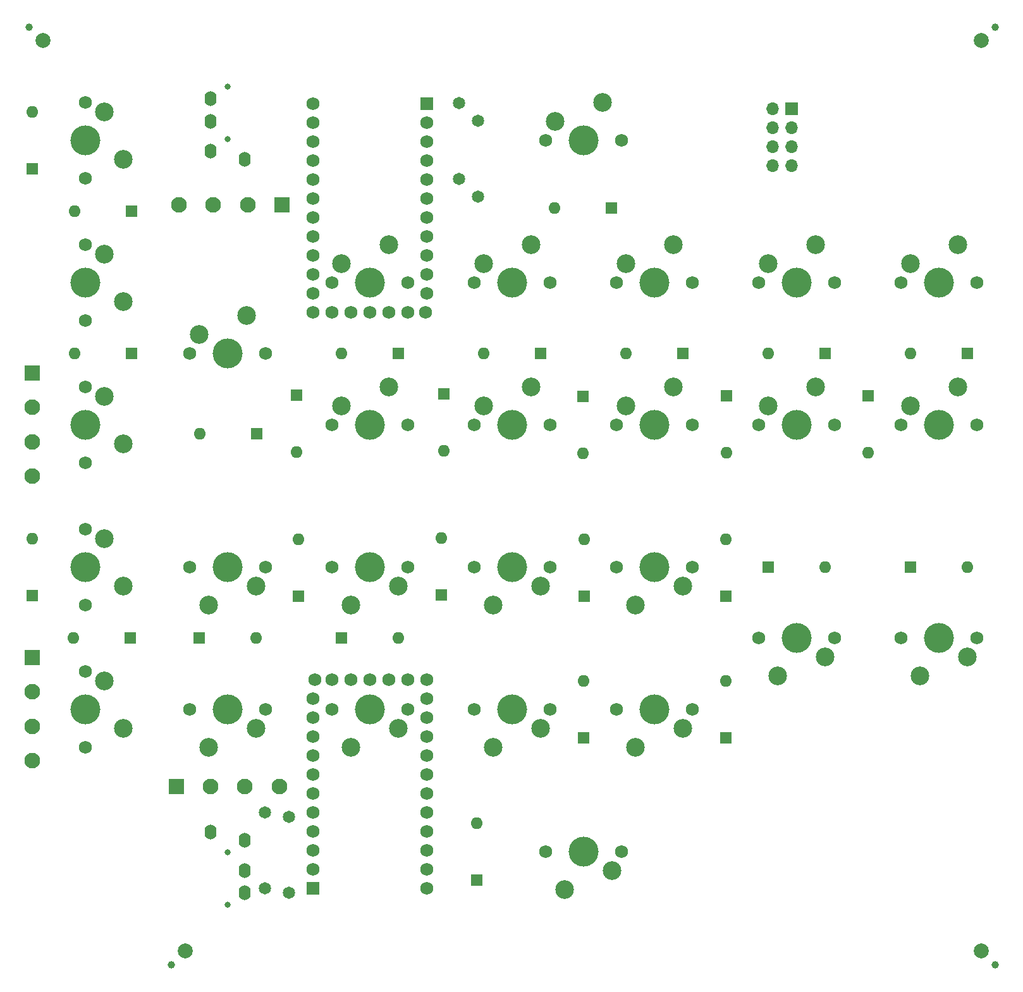
<source format=gts>
%TF.GenerationSoftware,KiCad,Pcbnew,7.0.10*%
%TF.CreationDate,2024-02-04T21:18:14-08:00*%
%TF.ProjectId,oddball_steno,6f646462-616c-46c5-9f73-74656e6f2e6b,rev?*%
%TF.SameCoordinates,Original*%
%TF.FileFunction,Soldermask,Top*%
%TF.FilePolarity,Negative*%
%FSLAX46Y46*%
G04 Gerber Fmt 4.6, Leading zero omitted, Abs format (unit mm)*
G04 Created by KiCad (PCBNEW 7.0.10) date 2024-02-04 21:18:14*
%MOMM*%
%LPD*%
G01*
G04 APERTURE LIST*
G04 Aperture macros list*
%AMRoundRect*
0 Rectangle with rounded corners*
0 $1 Rounding radius*
0 $2 $3 $4 $5 $6 $7 $8 $9 X,Y pos of 4 corners*
0 Add a 4 corners polygon primitive as box body*
4,1,4,$2,$3,$4,$5,$6,$7,$8,$9,$2,$3,0*
0 Add four circle primitives for the rounded corners*
1,1,$1+$1,$2,$3*
1,1,$1+$1,$4,$5*
1,1,$1+$1,$6,$7*
1,1,$1+$1,$8,$9*
0 Add four rect primitives between the rounded corners*
20,1,$1+$1,$2,$3,$4,$5,0*
20,1,$1+$1,$4,$5,$6,$7,0*
20,1,$1+$1,$6,$7,$8,$9,0*
20,1,$1+$1,$8,$9,$2,$3,0*%
G04 Aperture macros list end*
%ADD10C,1.000000*%
%ADD11C,2.000000*%
%ADD12C,2.500000*%
%ADD13C,1.750000*%
%ADD14C,4.000000*%
%ADD15RoundRect,0.250001X-0.799999X-0.799999X0.799999X-0.799999X0.799999X0.799999X-0.799999X0.799999X0*%
%ADD16C,2.100000*%
%ADD17O,1.600000X1.600000*%
%ADD18R,1.600000X1.600000*%
%ADD19RoundRect,0.250001X-0.799999X0.799999X-0.799999X-0.799999X0.799999X-0.799999X0.799999X0.799999X0*%
%ADD20R,1.752600X1.752600*%
%ADD21C,1.752600*%
%ADD22O,1.700000X1.700000*%
%ADD23R,1.700000X1.700000*%
%ADD24C,1.651000*%
%ADD25RoundRect,0.250001X0.799999X0.799999X-0.799999X0.799999X-0.799999X-0.799999X0.799999X-0.799999X0*%
%ADD26O,1.600000X2.000000*%
%ADD27C,0.800000*%
G04 APERTURE END LIST*
D10*
%TO.C,*%
X78310500Y-21420625D03*
%TD*%
%TO.C,*%
X207675500Y-21420625D03*
%TD*%
%TO.C,*%
X207675500Y-146990625D03*
%TD*%
%TO.C,REF\u002A\u002A*%
X97375500Y-146990625D03*
%TD*%
D11*
%TO.C,REF\u002A\u002A*%
X99225500Y-145140625D03*
%TD*%
%TO.C,REF\u002A\u002A*%
X80160500Y-23270625D03*
%TD*%
%TO.C,REF\u002A\u002A*%
X205825500Y-145140625D03*
%TD*%
%TO.C,REF\u002A\u002A*%
X205825500Y-23270625D03*
%TD*%
D12*
%TO.C,S25*%
X90930500Y-58170625D03*
X88390500Y-51820625D03*
D13*
X85850500Y-60710625D03*
D14*
X85850500Y-55630625D03*
D13*
X85850500Y-50550625D03*
%TD*%
%TO.C,S7*%
X167130500Y-93730625D03*
D14*
X162050500Y-93730625D03*
D13*
X156970500Y-93730625D03*
D12*
X165860500Y-96270625D03*
X159510500Y-98810625D03*
%TD*%
%TO.C,S26*%
X90930500Y-77220625D03*
X88390500Y-70870625D03*
D13*
X85850500Y-79760625D03*
D14*
X85850500Y-74680625D03*
D13*
X85850500Y-69600625D03*
%TD*%
D12*
%TO.C,S17*%
X126490500Y-69600625D03*
X120140500Y-72140625D03*
D13*
X129030500Y-74680625D03*
D14*
X123950500Y-74680625D03*
D13*
X118870500Y-74680625D03*
%TD*%
%TO.C,S27*%
X85850500Y-88650625D03*
D14*
X85850500Y-93730625D03*
D13*
X85850500Y-98810625D03*
D12*
X88390500Y-89920625D03*
X90930500Y-96270625D03*
%TD*%
%TO.C,S16*%
X202690500Y-50550625D03*
X196340500Y-53090625D03*
D13*
X205230500Y-55630625D03*
D14*
X200150500Y-55630625D03*
D13*
X195070500Y-55630625D03*
%TD*%
%TO.C,S5*%
X109980500Y-112780625D03*
D14*
X104900500Y-112780625D03*
D13*
X99820500Y-112780625D03*
D12*
X108710500Y-115320625D03*
X102360500Y-117860625D03*
%TD*%
%TO.C,S24*%
X90930500Y-39120625D03*
X88390500Y-32770625D03*
D13*
X85850500Y-41660625D03*
D14*
X85850500Y-36580625D03*
D13*
X85850500Y-31500625D03*
%TD*%
%TO.C,S1*%
X157605500Y-131830625D03*
D14*
X152525500Y-131830625D03*
D13*
X147445500Y-131830625D03*
D12*
X156335500Y-134370625D03*
X149985500Y-136910625D03*
%TD*%
%TO.C,S23*%
X155065500Y-31500625D03*
X148715500Y-34040625D03*
D13*
X157605500Y-36580625D03*
D14*
X152525500Y-36580625D03*
D13*
X147445500Y-36580625D03*
%TD*%
D12*
%TO.C,S22*%
X107440500Y-60075625D03*
X101090500Y-62615625D03*
D13*
X109980500Y-65155625D03*
D14*
X104900500Y-65155625D03*
D13*
X99820500Y-65155625D03*
%TD*%
%TO.C,S6*%
X186180500Y-103255625D03*
D14*
X181100500Y-103255625D03*
D13*
X176020500Y-103255625D03*
D12*
X184910500Y-105795625D03*
X178560500Y-108335625D03*
%TD*%
%TO.C,S12*%
X126490500Y-50550625D03*
X120140500Y-53090625D03*
D13*
X129030500Y-55630625D03*
D14*
X123950500Y-55630625D03*
D13*
X118870500Y-55630625D03*
%TD*%
%TO.C,S28*%
X85850500Y-107700625D03*
D14*
X85850500Y-112780625D03*
D13*
X85850500Y-117860625D03*
D12*
X88390500Y-108970625D03*
X90930500Y-115320625D03*
%TD*%
D13*
%TO.C,S11*%
X205230500Y-103255625D03*
D14*
X200150500Y-103255625D03*
D13*
X195070500Y-103255625D03*
D12*
X203960500Y-105795625D03*
X197610500Y-108335625D03*
%TD*%
D13*
%TO.C,S8*%
X148080500Y-93730625D03*
D14*
X143000500Y-93730625D03*
D13*
X137920500Y-93730625D03*
D12*
X146810500Y-96270625D03*
X140460500Y-98810625D03*
%TD*%
%TO.C,S15*%
X183640500Y-50550625D03*
X177290500Y-53090625D03*
D13*
X186180500Y-55630625D03*
D14*
X181100500Y-55630625D03*
D13*
X176020500Y-55630625D03*
%TD*%
%TO.C,S2*%
X167130500Y-112780625D03*
D14*
X162050500Y-112780625D03*
D13*
X156970500Y-112780625D03*
D12*
X165860500Y-115320625D03*
X159510500Y-117860625D03*
%TD*%
%TO.C,S18*%
X145540500Y-69600625D03*
X139190500Y-72140625D03*
D13*
X148080500Y-74680625D03*
D14*
X143000500Y-74680625D03*
D13*
X137920500Y-74680625D03*
%TD*%
D12*
%TO.C,S14*%
X164590500Y-50550625D03*
X158240500Y-53090625D03*
D13*
X167130500Y-55630625D03*
D14*
X162050500Y-55630625D03*
D13*
X156970500Y-55630625D03*
%TD*%
%TO.C,S9*%
X129030500Y-93730625D03*
D14*
X123950500Y-93730625D03*
D13*
X118870500Y-93730625D03*
D12*
X127760500Y-96270625D03*
X121410500Y-98810625D03*
%TD*%
%TO.C,S21*%
X202690500Y-69600625D03*
X196340500Y-72140625D03*
D13*
X205230500Y-74680625D03*
D14*
X200150500Y-74680625D03*
D13*
X195070500Y-74680625D03*
%TD*%
D12*
%TO.C,S19*%
X164590500Y-69600625D03*
X158240500Y-72140625D03*
D13*
X167130500Y-74680625D03*
D14*
X162050500Y-74680625D03*
D13*
X156970500Y-74680625D03*
%TD*%
D12*
%TO.C,S13*%
X145540500Y-50550625D03*
X139190500Y-53090625D03*
D13*
X148080500Y-55630625D03*
D14*
X143000500Y-55630625D03*
D13*
X137920500Y-55630625D03*
%TD*%
D15*
%TO.C,J2*%
X98000500Y-123136875D03*
D16*
X102600500Y-123136875D03*
X107200500Y-123136875D03*
X111800500Y-123136875D03*
%TD*%
D13*
%TO.C,S3*%
X148080500Y-112780625D03*
D14*
X143000500Y-112780625D03*
D13*
X137920500Y-112780625D03*
D12*
X146810500Y-115320625D03*
X140460500Y-117860625D03*
%TD*%
D13*
%TO.C,S10*%
X109980500Y-93730625D03*
D14*
X104900500Y-93730625D03*
D13*
X99820500Y-93730625D03*
D12*
X108710500Y-96270625D03*
X102360500Y-98810625D03*
%TD*%
D13*
%TO.C,S4*%
X129030500Y-112780625D03*
D14*
X123950500Y-112780625D03*
D13*
X118870500Y-112780625D03*
D12*
X127760500Y-115320625D03*
X121410500Y-117860625D03*
%TD*%
%TO.C,S20*%
X183640500Y-69600625D03*
X177290500Y-72140625D03*
D13*
X186180500Y-74680625D03*
D14*
X181100500Y-74680625D03*
D13*
X176020500Y-74680625D03*
%TD*%
D17*
%TO.C,D21*%
X190625500Y-78415625D03*
D18*
X190625500Y-70795625D03*
%TD*%
D19*
%TO.C,J6*%
X78706750Y-105880625D03*
D16*
X78706750Y-110480625D03*
X78706750Y-115080625D03*
X78706750Y-119680625D03*
%TD*%
D20*
%TO.C,U1*%
X116330500Y-136751875D03*
D21*
X116330500Y-134211875D03*
X116330500Y-131671875D03*
X116330500Y-129131875D03*
X116330500Y-126591875D03*
X116330500Y-124051875D03*
X116330500Y-121511875D03*
X116330500Y-118971875D03*
X116330500Y-116431875D03*
X116330500Y-113891875D03*
X116330500Y-111351875D03*
X116559100Y-108811875D03*
X131570500Y-108811875D03*
X131570500Y-111351875D03*
X131570500Y-113891875D03*
X131570500Y-116431875D03*
X131570500Y-118971875D03*
X131570500Y-121511875D03*
X131570500Y-124051875D03*
X131570500Y-126591875D03*
X131570500Y-129131875D03*
X131570500Y-131671875D03*
X131570500Y-134211875D03*
X131570500Y-136751875D03*
X118870500Y-108811875D03*
X121410500Y-108811875D03*
X123950500Y-108811875D03*
X126490500Y-108811875D03*
X129030500Y-108811875D03*
%TD*%
D18*
%TO.C,D1*%
X138238000Y-135640625D03*
D17*
X138238000Y-128020625D03*
%TD*%
D18*
%TO.C,D3*%
X152525500Y-116590625D03*
D17*
X152525500Y-108970625D03*
%TD*%
%TO.C,D19*%
X152475500Y-78515625D03*
D18*
X152475500Y-70895625D03*
%TD*%
D22*
%TO.C,J3*%
X177835500Y-40025625D03*
X180375500Y-40025625D03*
X177835500Y-37485625D03*
X180375500Y-37485625D03*
X177835500Y-34945625D03*
X180375500Y-34945625D03*
X177835500Y-32405625D03*
D23*
X180375500Y-32405625D03*
%TD*%
D18*
%TO.C,D10*%
X114336750Y-97615625D03*
D17*
X114336750Y-89995625D03*
%TD*%
%TO.C,D13*%
X139190500Y-65155625D03*
D18*
X146810500Y-65155625D03*
%TD*%
D17*
%TO.C,D22*%
X101188000Y-75930625D03*
D18*
X108808000Y-75930625D03*
%TD*%
D17*
%TO.C,D17*%
X114075500Y-78315625D03*
D18*
X114075500Y-70695625D03*
%TD*%
%TO.C,D27*%
X78706750Y-97540625D03*
D17*
X78706750Y-89920625D03*
%TD*%
%TO.C,D15*%
X177290500Y-65155625D03*
D18*
X184910500Y-65155625D03*
%TD*%
D24*
%TO.C,R4*%
X109836750Y-136766875D03*
X109836750Y-126606875D03*
%TD*%
%TO.C,R3*%
X113125500Y-127175625D03*
X113125500Y-137335625D03*
%TD*%
D17*
%TO.C,D16*%
X196340500Y-65155625D03*
D18*
X203960500Y-65155625D03*
%TD*%
%TO.C,D6*%
X177290500Y-93730625D03*
D17*
X184910500Y-93730625D03*
%TD*%
%TO.C,D20*%
X171675500Y-78415625D03*
D18*
X171675500Y-70795625D03*
%TD*%
%TO.C,D9*%
X133486750Y-97465625D03*
D17*
X133486750Y-89845625D03*
%TD*%
D24*
%TO.C,R1*%
X135856750Y-31644375D03*
X135856750Y-41804375D03*
%TD*%
D18*
%TO.C,D28*%
X91800500Y-103255625D03*
D17*
X84180500Y-103255625D03*
%TD*%
D18*
%TO.C,D4*%
X120140500Y-103255625D03*
D17*
X127760500Y-103255625D03*
%TD*%
D24*
%TO.C,R2*%
X138381750Y-44185625D03*
X138381750Y-34025625D03*
%TD*%
D17*
%TO.C,D26*%
X84421750Y-65155625D03*
D18*
X92041750Y-65155625D03*
%TD*%
D21*
%TO.C,U3*%
X118870500Y-59599375D03*
X121410500Y-59599375D03*
X123950500Y-59599375D03*
X126490500Y-59599375D03*
X129030500Y-59599375D03*
X116330500Y-31659375D03*
X116330500Y-34199375D03*
X116330500Y-36739375D03*
X116330500Y-39279375D03*
X116330500Y-41819375D03*
X116330500Y-44359375D03*
X116330500Y-46899375D03*
X116330500Y-49439375D03*
X116330500Y-51979375D03*
X116330500Y-54519375D03*
X116330500Y-57059375D03*
X116330500Y-59599375D03*
X131341900Y-59599375D03*
X131570500Y-57059375D03*
X131570500Y-54519375D03*
X131570500Y-51979375D03*
X131570500Y-49439375D03*
X131570500Y-46899375D03*
X131570500Y-44359375D03*
X131570500Y-41819375D03*
X131570500Y-39279375D03*
X131570500Y-36739375D03*
X131570500Y-34199375D03*
D20*
X131570500Y-31659375D03*
%TD*%
D18*
%TO.C,D8*%
X152586750Y-97615625D03*
D17*
X152586750Y-89995625D03*
%TD*%
%TO.C,D18*%
X133825500Y-78215625D03*
D18*
X133825500Y-70595625D03*
%TD*%
D17*
%TO.C,D25*%
X84421750Y-46105625D03*
D18*
X92041750Y-46105625D03*
%TD*%
D16*
%TO.C,J4*%
X98350500Y-45274375D03*
X102950500Y-45274375D03*
X107550500Y-45274375D03*
D25*
X112150500Y-45274375D03*
%TD*%
D18*
%TO.C,D11*%
X196340500Y-93730625D03*
D17*
X203960500Y-93730625D03*
%TD*%
%TO.C,D23*%
X148665500Y-45705625D03*
D18*
X156285500Y-45705625D03*
%TD*%
D26*
%TO.C,U4*%
X102600500Y-31049375D03*
X102600500Y-34049375D03*
X102600500Y-38049375D03*
X107200500Y-39149375D03*
D27*
X104900500Y-29449375D03*
X104900500Y-36449375D03*
%TD*%
D18*
%TO.C,D2*%
X171575500Y-116590625D03*
D17*
X171575500Y-108970625D03*
%TD*%
D18*
%TO.C,D7*%
X171586750Y-97615625D03*
D17*
X171586750Y-89995625D03*
%TD*%
%TO.C,D14*%
X158240500Y-65155625D03*
D18*
X165860500Y-65155625D03*
%TD*%
D17*
%TO.C,D24*%
X78706750Y-32770625D03*
D18*
X78706750Y-40390625D03*
%TD*%
D16*
%TO.C,J5*%
X78706750Y-81580625D03*
X78706750Y-76980625D03*
X78706750Y-72380625D03*
D19*
X78706750Y-67780625D03*
%TD*%
D18*
%TO.C,D5*%
X101090500Y-103255625D03*
D17*
X108710500Y-103255625D03*
%TD*%
%TO.C,D12*%
X120140500Y-65155625D03*
D18*
X127760500Y-65155625D03*
%TD*%
D27*
%TO.C,U2*%
X104900500Y-131961875D03*
X104900500Y-138961875D03*
D26*
X102600500Y-129261875D03*
X107200500Y-130361875D03*
X107200500Y-134361875D03*
X107200500Y-137361875D03*
%TD*%
M02*

</source>
